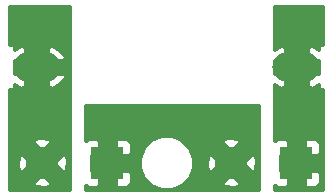
<source format=gtl>
G04 #@! TF.GenerationSoftware,KiCad,Pcbnew,5.0.0-rc2*
G04 #@! TF.CreationDate,2019-06-24T22:39:53-04:00*
G04 #@! TF.ProjectId,pcb,7063622E6B696361645F706362000000,rev?*
G04 #@! TF.SameCoordinates,Original*
G04 #@! TF.FileFunction,Copper,L1,Top,Signal*
G04 #@! TF.FilePolarity,Positive*
%FSLAX46Y46*%
G04 Gerber Fmt 4.6, Leading zero omitted, Abs format (unit mm)*
G04 Created by KiCad (PCBNEW 5.0.0-rc2) date Mon Jun 24 22:39:53 2019*
%MOMM*%
%LPD*%
G01*
G04 APERTURE LIST*
G04 #@! TA.AperFunction,ComponentPad*
%ADD10O,4.000500X2.499360*%
G04 #@! TD*
G04 #@! TA.AperFunction,ComponentPad*
%ADD11R,2.800000X2.800000*%
G04 #@! TD*
G04 #@! TA.AperFunction,ComponentPad*
%ADD12C,2.800000*%
G04 #@! TD*
G04 #@! TA.AperFunction,Conductor*
%ADD13C,0.254000*%
G04 #@! TD*
G04 APERTURE END LIST*
D10*
G04 #@! TO.P,F1,2*
G04 #@! TO.N,+12V*
X118004250Y-83881500D03*
G04 #@! TO.P,F1,1*
G04 #@! TO.N,VCC*
X140005730Y-83881500D03*
G04 #@! TD*
D11*
G04 #@! TO.P,P1,1*
G04 #@! TO.N,GND*
X124000000Y-92000000D03*
D12*
G04 #@! TO.P,P1,2*
G04 #@! TO.N,+12V*
X118500000Y-92000000D03*
G04 #@! TD*
G04 #@! TO.P,P2,2*
G04 #@! TO.N,GND*
X134500000Y-92000000D03*
D11*
G04 #@! TO.P,P2,1*
G04 #@! TO.N,VCC*
X140000000Y-92000000D03*
G04 #@! TD*
D13*
G04 #@! TO.N,+12V*
G36*
X120873000Y-94288800D02*
X115711199Y-94288800D01*
X115711199Y-93756226D01*
X117733724Y-93756226D01*
X117918237Y-93991639D01*
X118724689Y-94062666D01*
X119081763Y-93991639D01*
X119266276Y-93756226D01*
X118500000Y-92989949D01*
X117733724Y-93756226D01*
X115711199Y-93756226D01*
X115711199Y-92224689D01*
X116437334Y-92224689D01*
X116508361Y-92581763D01*
X116743774Y-92766276D01*
X117510051Y-92000000D01*
X119489949Y-92000000D01*
X120256226Y-92766276D01*
X120491639Y-92581763D01*
X120562666Y-91775311D01*
X120491639Y-91418237D01*
X120256226Y-91233724D01*
X119489949Y-92000000D01*
X117510051Y-92000000D01*
X116743774Y-91233724D01*
X116508361Y-91418237D01*
X116437334Y-92224689D01*
X115711199Y-92224689D01*
X115711199Y-90243774D01*
X117733724Y-90243774D01*
X118500000Y-91010051D01*
X119266276Y-90243774D01*
X119081763Y-90008361D01*
X118275311Y-89937334D01*
X117918237Y-90008361D01*
X117733724Y-90243774D01*
X115711199Y-90243774D01*
X115711200Y-85754502D01*
X116111250Y-85754502D01*
X116111250Y-85311187D01*
X116722913Y-85637362D01*
X117004125Y-85540025D01*
X117004125Y-84506340D01*
X119004375Y-84506340D01*
X119004375Y-85540025D01*
X119285587Y-85637362D01*
X119917124Y-85300589D01*
X120413269Y-84776801D01*
X120363673Y-84506340D01*
X119004375Y-84506340D01*
X117004125Y-84506340D01*
X116111250Y-84506340D01*
X116111250Y-83256660D01*
X117004125Y-83256660D01*
X117004125Y-82222975D01*
X119004375Y-82222975D01*
X119004375Y-83256660D01*
X120363673Y-83256660D01*
X120413269Y-82986199D01*
X119917124Y-82462411D01*
X119285587Y-82125638D01*
X119004375Y-82222975D01*
X117004125Y-82222975D01*
X116722913Y-82125638D01*
X116111250Y-82451813D01*
X116111250Y-82008498D01*
X115711200Y-82008498D01*
X115711200Y-78711200D01*
X120873000Y-78711200D01*
X120873000Y-94288800D01*
X120873000Y-94288800D01*
G37*
X120873000Y-94288800D02*
X115711199Y-94288800D01*
X115711199Y-93756226D01*
X117733724Y-93756226D01*
X117918237Y-93991639D01*
X118724689Y-94062666D01*
X119081763Y-93991639D01*
X119266276Y-93756226D01*
X118500000Y-92989949D01*
X117733724Y-93756226D01*
X115711199Y-93756226D01*
X115711199Y-92224689D01*
X116437334Y-92224689D01*
X116508361Y-92581763D01*
X116743774Y-92766276D01*
X117510051Y-92000000D01*
X119489949Y-92000000D01*
X120256226Y-92766276D01*
X120491639Y-92581763D01*
X120562666Y-91775311D01*
X120491639Y-91418237D01*
X120256226Y-91233724D01*
X119489949Y-92000000D01*
X117510051Y-92000000D01*
X116743774Y-91233724D01*
X116508361Y-91418237D01*
X116437334Y-92224689D01*
X115711199Y-92224689D01*
X115711199Y-90243774D01*
X117733724Y-90243774D01*
X118500000Y-91010051D01*
X119266276Y-90243774D01*
X119081763Y-90008361D01*
X118275311Y-89937334D01*
X117918237Y-90008361D01*
X117733724Y-90243774D01*
X115711199Y-90243774D01*
X115711200Y-85754502D01*
X116111250Y-85754502D01*
X116111250Y-85311187D01*
X116722913Y-85637362D01*
X117004125Y-85540025D01*
X117004125Y-84506340D01*
X119004375Y-84506340D01*
X119004375Y-85540025D01*
X119285587Y-85637362D01*
X119917124Y-85300589D01*
X120413269Y-84776801D01*
X120363673Y-84506340D01*
X119004375Y-84506340D01*
X117004125Y-84506340D01*
X116111250Y-84506340D01*
X116111250Y-83256660D01*
X117004125Y-83256660D01*
X117004125Y-82222975D01*
X119004375Y-82222975D01*
X119004375Y-83256660D01*
X120363673Y-83256660D01*
X120413269Y-82986199D01*
X119917124Y-82462411D01*
X119285587Y-82125638D01*
X119004375Y-82222975D01*
X117004125Y-82222975D01*
X116722913Y-82125638D01*
X116111250Y-82451813D01*
X116111250Y-82008498D01*
X115711200Y-82008498D01*
X115711200Y-78711200D01*
X120873000Y-78711200D01*
X120873000Y-94288800D01*
G04 #@! TO.N,GND*
G36*
X136873000Y-94288800D02*
X122127000Y-94288800D01*
X122127000Y-93873002D01*
X122174977Y-93873002D01*
X122240301Y-93938327D01*
X122473690Y-94035000D01*
X123141250Y-94035000D01*
X123300000Y-93876250D01*
X123300000Y-92700000D01*
X124700000Y-92700000D01*
X124700000Y-93876250D01*
X124858750Y-94035000D01*
X125526310Y-94035000D01*
X125759699Y-93938327D01*
X125938327Y-93759698D01*
X126035000Y-93526309D01*
X126035000Y-92858750D01*
X125876250Y-92700000D01*
X124700000Y-92700000D01*
X123300000Y-92700000D01*
X122600000Y-92700000D01*
X122600000Y-91555431D01*
X126765000Y-91555431D01*
X126765000Y-92444569D01*
X127105259Y-93266026D01*
X127733974Y-93894741D01*
X128555431Y-94235000D01*
X129444569Y-94235000D01*
X130266026Y-93894741D01*
X130404541Y-93756226D01*
X133733724Y-93756226D01*
X133918237Y-93991639D01*
X134724689Y-94062666D01*
X135081763Y-93991639D01*
X135266276Y-93756226D01*
X134500000Y-92989949D01*
X133733724Y-93756226D01*
X130404541Y-93756226D01*
X130894741Y-93266026D01*
X131235000Y-92444569D01*
X131235000Y-92224689D01*
X132437334Y-92224689D01*
X132508361Y-92581763D01*
X132743774Y-92766276D01*
X133510051Y-92000000D01*
X135489949Y-92000000D01*
X136256226Y-92766276D01*
X136491639Y-92581763D01*
X136562666Y-91775311D01*
X136491639Y-91418237D01*
X136256226Y-91233724D01*
X135489949Y-92000000D01*
X133510051Y-92000000D01*
X132743774Y-91233724D01*
X132508361Y-91418237D01*
X132437334Y-92224689D01*
X131235000Y-92224689D01*
X131235000Y-91555431D01*
X130894741Y-90733974D01*
X130404541Y-90243774D01*
X133733724Y-90243774D01*
X134500000Y-91010051D01*
X135266276Y-90243774D01*
X135081763Y-90008361D01*
X134275311Y-89937334D01*
X133918237Y-90008361D01*
X133733724Y-90243774D01*
X130404541Y-90243774D01*
X130266026Y-90105259D01*
X129444569Y-89765000D01*
X128555431Y-89765000D01*
X127733974Y-90105259D01*
X127105259Y-90733974D01*
X126765000Y-91555431D01*
X122600000Y-91555431D01*
X122600000Y-91300000D01*
X123300000Y-91300000D01*
X123300000Y-90123750D01*
X124700000Y-90123750D01*
X124700000Y-91300000D01*
X125876250Y-91300000D01*
X126035000Y-91141250D01*
X126035000Y-90473691D01*
X125938327Y-90240302D01*
X125759699Y-90061673D01*
X125526310Y-89965000D01*
X124858750Y-89965000D01*
X124700000Y-90123750D01*
X123300000Y-90123750D01*
X123141250Y-89965000D01*
X122473690Y-89965000D01*
X122240301Y-90061673D01*
X122174977Y-90126998D01*
X122127000Y-90126998D01*
X122127000Y-87127000D01*
X136873000Y-87127000D01*
X136873000Y-94288800D01*
X136873000Y-94288800D01*
G37*
X136873000Y-94288800D02*
X122127000Y-94288800D01*
X122127000Y-93873002D01*
X122174977Y-93873002D01*
X122240301Y-93938327D01*
X122473690Y-94035000D01*
X123141250Y-94035000D01*
X123300000Y-93876250D01*
X123300000Y-92700000D01*
X124700000Y-92700000D01*
X124700000Y-93876250D01*
X124858750Y-94035000D01*
X125526310Y-94035000D01*
X125759699Y-93938327D01*
X125938327Y-93759698D01*
X126035000Y-93526309D01*
X126035000Y-92858750D01*
X125876250Y-92700000D01*
X124700000Y-92700000D01*
X123300000Y-92700000D01*
X122600000Y-92700000D01*
X122600000Y-91555431D01*
X126765000Y-91555431D01*
X126765000Y-92444569D01*
X127105259Y-93266026D01*
X127733974Y-93894741D01*
X128555431Y-94235000D01*
X129444569Y-94235000D01*
X130266026Y-93894741D01*
X130404541Y-93756226D01*
X133733724Y-93756226D01*
X133918237Y-93991639D01*
X134724689Y-94062666D01*
X135081763Y-93991639D01*
X135266276Y-93756226D01*
X134500000Y-92989949D01*
X133733724Y-93756226D01*
X130404541Y-93756226D01*
X130894741Y-93266026D01*
X131235000Y-92444569D01*
X131235000Y-92224689D01*
X132437334Y-92224689D01*
X132508361Y-92581763D01*
X132743774Y-92766276D01*
X133510051Y-92000000D01*
X135489949Y-92000000D01*
X136256226Y-92766276D01*
X136491639Y-92581763D01*
X136562666Y-91775311D01*
X136491639Y-91418237D01*
X136256226Y-91233724D01*
X135489949Y-92000000D01*
X133510051Y-92000000D01*
X132743774Y-91233724D01*
X132508361Y-91418237D01*
X132437334Y-92224689D01*
X131235000Y-92224689D01*
X131235000Y-91555431D01*
X130894741Y-90733974D01*
X130404541Y-90243774D01*
X133733724Y-90243774D01*
X134500000Y-91010051D01*
X135266276Y-90243774D01*
X135081763Y-90008361D01*
X134275311Y-89937334D01*
X133918237Y-90008361D01*
X133733724Y-90243774D01*
X130404541Y-90243774D01*
X130266026Y-90105259D01*
X129444569Y-89765000D01*
X128555431Y-89765000D01*
X127733974Y-90105259D01*
X127105259Y-90733974D01*
X126765000Y-91555431D01*
X122600000Y-91555431D01*
X122600000Y-91300000D01*
X123300000Y-91300000D01*
X123300000Y-90123750D01*
X124700000Y-90123750D01*
X124700000Y-91300000D01*
X125876250Y-91300000D01*
X126035000Y-91141250D01*
X126035000Y-90473691D01*
X125938327Y-90240302D01*
X125759699Y-90061673D01*
X125526310Y-89965000D01*
X124858750Y-89965000D01*
X124700000Y-90123750D01*
X123300000Y-90123750D01*
X123141250Y-89965000D01*
X122473690Y-89965000D01*
X122240301Y-90061673D01*
X122174977Y-90126998D01*
X122127000Y-90126998D01*
X122127000Y-87127000D01*
X136873000Y-87127000D01*
X136873000Y-94288800D01*
G04 #@! TO.N,VCC*
G36*
X142288800Y-82008498D02*
X141898730Y-82008498D01*
X141898730Y-82451813D01*
X141287067Y-82125638D01*
X141005855Y-82222975D01*
X141005855Y-83256660D01*
X141898730Y-83256660D01*
X141898730Y-84506340D01*
X141005855Y-84506340D01*
X141005855Y-85540025D01*
X141287067Y-85637362D01*
X141898730Y-85311187D01*
X141898730Y-85754502D01*
X142288800Y-85754502D01*
X142288801Y-94288800D01*
X138127000Y-94288800D01*
X138127000Y-93873002D01*
X138174977Y-93873002D01*
X138240301Y-93938327D01*
X138473690Y-94035000D01*
X139141250Y-94035000D01*
X139300000Y-93876250D01*
X139300000Y-92700000D01*
X140700000Y-92700000D01*
X140700000Y-93876250D01*
X140858750Y-94035000D01*
X141526310Y-94035000D01*
X141759699Y-93938327D01*
X141938327Y-93759698D01*
X142035000Y-93526309D01*
X142035000Y-92858750D01*
X141876250Y-92700000D01*
X140700000Y-92700000D01*
X139300000Y-92700000D01*
X138600000Y-92700000D01*
X138600000Y-91300000D01*
X139300000Y-91300000D01*
X139300000Y-90123750D01*
X140700000Y-90123750D01*
X140700000Y-91300000D01*
X141876250Y-91300000D01*
X142035000Y-91141250D01*
X142035000Y-90473691D01*
X141938327Y-90240302D01*
X141759699Y-90061673D01*
X141526310Y-89965000D01*
X140858750Y-89965000D01*
X140700000Y-90123750D01*
X139300000Y-90123750D01*
X139141250Y-89965000D01*
X138473690Y-89965000D01*
X138240301Y-90061673D01*
X138174977Y-90126998D01*
X138127000Y-90126998D01*
X138127000Y-85318797D01*
X138724393Y-85637362D01*
X139005605Y-85540025D01*
X139005605Y-84506340D01*
X138127000Y-84506340D01*
X138127000Y-83256660D01*
X139005605Y-83256660D01*
X139005605Y-82222975D01*
X138724393Y-82125638D01*
X138127000Y-82444203D01*
X138127000Y-78711200D01*
X142288800Y-78711200D01*
X142288800Y-82008498D01*
X142288800Y-82008498D01*
G37*
X142288800Y-82008498D02*
X141898730Y-82008498D01*
X141898730Y-82451813D01*
X141287067Y-82125638D01*
X141005855Y-82222975D01*
X141005855Y-83256660D01*
X141898730Y-83256660D01*
X141898730Y-84506340D01*
X141005855Y-84506340D01*
X141005855Y-85540025D01*
X141287067Y-85637362D01*
X141898730Y-85311187D01*
X141898730Y-85754502D01*
X142288800Y-85754502D01*
X142288801Y-94288800D01*
X138127000Y-94288800D01*
X138127000Y-93873002D01*
X138174977Y-93873002D01*
X138240301Y-93938327D01*
X138473690Y-94035000D01*
X139141250Y-94035000D01*
X139300000Y-93876250D01*
X139300000Y-92700000D01*
X140700000Y-92700000D01*
X140700000Y-93876250D01*
X140858750Y-94035000D01*
X141526310Y-94035000D01*
X141759699Y-93938327D01*
X141938327Y-93759698D01*
X142035000Y-93526309D01*
X142035000Y-92858750D01*
X141876250Y-92700000D01*
X140700000Y-92700000D01*
X139300000Y-92700000D01*
X138600000Y-92700000D01*
X138600000Y-91300000D01*
X139300000Y-91300000D01*
X139300000Y-90123750D01*
X140700000Y-90123750D01*
X140700000Y-91300000D01*
X141876250Y-91300000D01*
X142035000Y-91141250D01*
X142035000Y-90473691D01*
X141938327Y-90240302D01*
X141759699Y-90061673D01*
X141526310Y-89965000D01*
X140858750Y-89965000D01*
X140700000Y-90123750D01*
X139300000Y-90123750D01*
X139141250Y-89965000D01*
X138473690Y-89965000D01*
X138240301Y-90061673D01*
X138174977Y-90126998D01*
X138127000Y-90126998D01*
X138127000Y-85318797D01*
X138724393Y-85637362D01*
X139005605Y-85540025D01*
X139005605Y-84506340D01*
X138127000Y-84506340D01*
X138127000Y-83256660D01*
X139005605Y-83256660D01*
X139005605Y-82222975D01*
X138724393Y-82125638D01*
X138127000Y-82444203D01*
X138127000Y-78711200D01*
X142288800Y-78711200D01*
X142288800Y-82008498D01*
G04 #@! TD*
M02*

</source>
